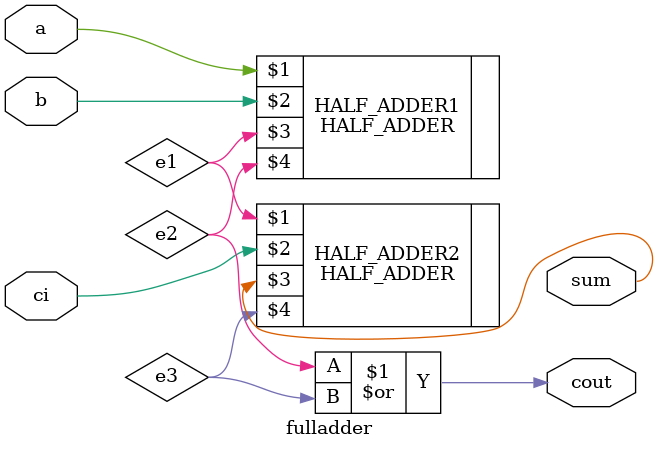
<source format=v>


module fulladder(a, b, ci, sum, cout);

    input a, b, ci ;
    output cout, sum ;
	wire e1, e2, e3 ;
	HALF_ADDER HALF_ADDER1( a, b, e1, e2 );
	HALF_ADDER HALF_ADDER2( e1, ci, sum, e3 );
	or( cout, e2, e3 ) ;
endmodule


</source>
